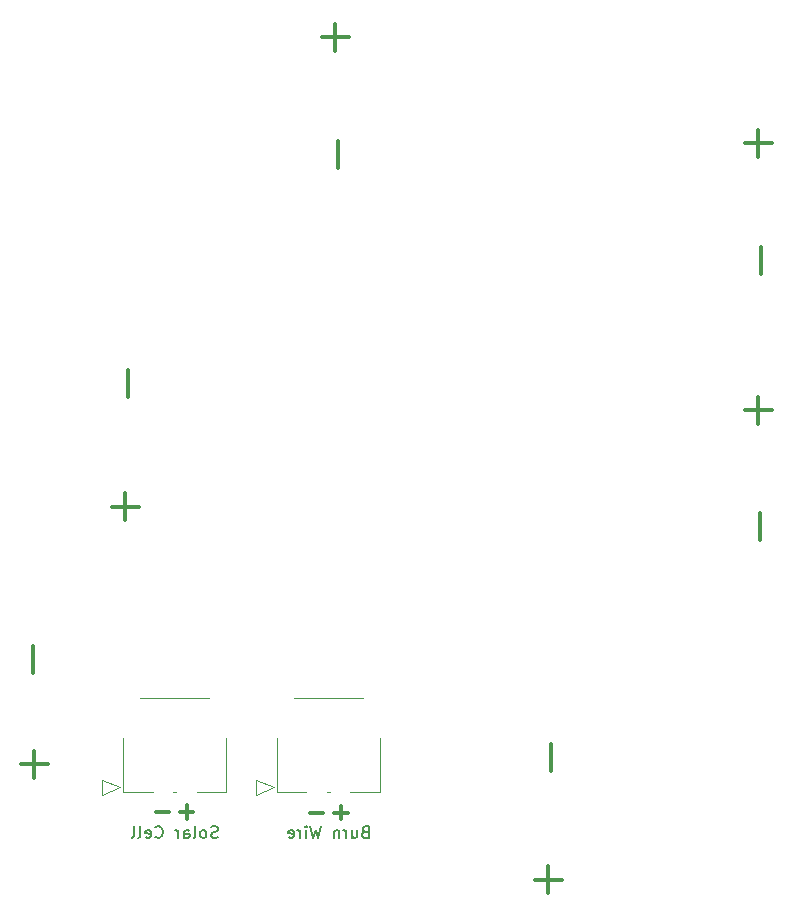
<source format=gbo>
G04 #@! TF.GenerationSoftware,KiCad,Pcbnew,(6.0.5-0)*
G04 #@! TF.CreationDate,2023-01-03T07:13:37-05:00*
G04 #@! TF.ProjectId,new-solar-cell-burn-wire,6e65772d-736f-46c6-9172-2d63656c6c2d,2*
G04 #@! TF.SameCoordinates,Original*
G04 #@! TF.FileFunction,Legend,Bot*
G04 #@! TF.FilePolarity,Positive*
%FSLAX46Y46*%
G04 Gerber Fmt 4.6, Leading zero omitted, Abs format (unit mm)*
G04 Created by KiCad (PCBNEW (6.0.5-0)) date 2023-01-03 07:13:37*
%MOMM*%
%LPD*%
G01*
G04 APERTURE LIST*
%ADD10C,0.300000*%
%ADD11C,0.150000*%
%ADD12C,0.120000*%
%ADD13C,3.000000*%
%ADD14R,2.000000X2.000000*%
%ADD15C,5.600000*%
%ADD16R,1.100000X1.450000*%
%ADD17R,1.350000X2.899999*%
G04 APERTURE END LIST*
D10*
X143542857Y-86614285D02*
X141257142Y-86614285D01*
X142400000Y-87757142D02*
X142400000Y-85471428D01*
X81014285Y-106557142D02*
X81014285Y-108842857D01*
X142585714Y-97642857D02*
X142585714Y-95357142D01*
X107671428Y-120707142D02*
X106528571Y-120707142D01*
X107100000Y-121278571D02*
X107100000Y-120135714D01*
X87657142Y-94785714D02*
X89942857Y-94785714D01*
X88800000Y-93642857D02*
X88800000Y-95928571D01*
X91378571Y-120667857D02*
X92521428Y-120667857D01*
X94571428Y-120657142D02*
X93428571Y-120657142D01*
X94000000Y-121228571D02*
X94000000Y-120085714D01*
X104428571Y-120692857D02*
X105571428Y-120692857D01*
X89014285Y-83257142D02*
X89014285Y-85542857D01*
X79957142Y-116585714D02*
X82242857Y-116585714D01*
X81100000Y-115442857D02*
X81100000Y-117728571D01*
X105447142Y-55034285D02*
X107732857Y-55034285D01*
X106590000Y-56177142D02*
X106590000Y-53891428D01*
X106804285Y-66122857D02*
X106804285Y-63837142D01*
X123467142Y-126394285D02*
X125752857Y-126394285D01*
X124610000Y-127537142D02*
X124610000Y-125251428D01*
X124824285Y-117162857D02*
X124824285Y-114877142D01*
X142604285Y-75122857D02*
X142604285Y-72837142D01*
X141247142Y-64034285D02*
X143532857Y-64034285D01*
X142390000Y-65177142D02*
X142390000Y-62891428D01*
D11*
X96645238Y-122804761D02*
X96502380Y-122852380D01*
X96264285Y-122852380D01*
X96169047Y-122804761D01*
X96121428Y-122757142D01*
X96073809Y-122661904D01*
X96073809Y-122566666D01*
X96121428Y-122471428D01*
X96169047Y-122423809D01*
X96264285Y-122376190D01*
X96454761Y-122328571D01*
X96550000Y-122280952D01*
X96597619Y-122233333D01*
X96645238Y-122138095D01*
X96645238Y-122042857D01*
X96597619Y-121947619D01*
X96550000Y-121900000D01*
X96454761Y-121852380D01*
X96216666Y-121852380D01*
X96073809Y-121900000D01*
X95502380Y-122852380D02*
X95597619Y-122804761D01*
X95645238Y-122757142D01*
X95692857Y-122661904D01*
X95692857Y-122376190D01*
X95645238Y-122280952D01*
X95597619Y-122233333D01*
X95502380Y-122185714D01*
X95359523Y-122185714D01*
X95264285Y-122233333D01*
X95216666Y-122280952D01*
X95169047Y-122376190D01*
X95169047Y-122661904D01*
X95216666Y-122757142D01*
X95264285Y-122804761D01*
X95359523Y-122852380D01*
X95502380Y-122852380D01*
X94597619Y-122852380D02*
X94692857Y-122804761D01*
X94740476Y-122709523D01*
X94740476Y-121852380D01*
X93788095Y-122852380D02*
X93788095Y-122328571D01*
X93835714Y-122233333D01*
X93930952Y-122185714D01*
X94121428Y-122185714D01*
X94216666Y-122233333D01*
X93788095Y-122804761D02*
X93883333Y-122852380D01*
X94121428Y-122852380D01*
X94216666Y-122804761D01*
X94264285Y-122709523D01*
X94264285Y-122614285D01*
X94216666Y-122519047D01*
X94121428Y-122471428D01*
X93883333Y-122471428D01*
X93788095Y-122423809D01*
X93311904Y-122852380D02*
X93311904Y-122185714D01*
X93311904Y-122376190D02*
X93264285Y-122280952D01*
X93216666Y-122233333D01*
X93121428Y-122185714D01*
X93026190Y-122185714D01*
X91359523Y-122757142D02*
X91407142Y-122804761D01*
X91550000Y-122852380D01*
X91645238Y-122852380D01*
X91788095Y-122804761D01*
X91883333Y-122709523D01*
X91930952Y-122614285D01*
X91978571Y-122423809D01*
X91978571Y-122280952D01*
X91930952Y-122090476D01*
X91883333Y-121995238D01*
X91788095Y-121900000D01*
X91645238Y-121852380D01*
X91550000Y-121852380D01*
X91407142Y-121900000D01*
X91359523Y-121947619D01*
X90550000Y-122804761D02*
X90645238Y-122852380D01*
X90835714Y-122852380D01*
X90930952Y-122804761D01*
X90978571Y-122709523D01*
X90978571Y-122328571D01*
X90930952Y-122233333D01*
X90835714Y-122185714D01*
X90645238Y-122185714D01*
X90550000Y-122233333D01*
X90502380Y-122328571D01*
X90502380Y-122423809D01*
X90978571Y-122519047D01*
X89930952Y-122852380D02*
X90026190Y-122804761D01*
X90073809Y-122709523D01*
X90073809Y-121852380D01*
X89407142Y-122852380D02*
X89502380Y-122804761D01*
X89550000Y-122709523D01*
X89550000Y-121852380D01*
X109114923Y-122328571D02*
X108972066Y-122376190D01*
X108924447Y-122423809D01*
X108876828Y-122519047D01*
X108876828Y-122661904D01*
X108924447Y-122757142D01*
X108972066Y-122804761D01*
X109067304Y-122852380D01*
X109448256Y-122852380D01*
X109448256Y-121852380D01*
X109114923Y-121852380D01*
X109019685Y-121900000D01*
X108972066Y-121947619D01*
X108924447Y-122042857D01*
X108924447Y-122138095D01*
X108972066Y-122233333D01*
X109019685Y-122280952D01*
X109114923Y-122328571D01*
X109448256Y-122328571D01*
X108019685Y-122185714D02*
X108019685Y-122852380D01*
X108448256Y-122185714D02*
X108448256Y-122709523D01*
X108400637Y-122804761D01*
X108305399Y-122852380D01*
X108162542Y-122852380D01*
X108067304Y-122804761D01*
X108019685Y-122757142D01*
X107543495Y-122852380D02*
X107543495Y-122185714D01*
X107543495Y-122376190D02*
X107495875Y-122280952D01*
X107448256Y-122233333D01*
X107353018Y-122185714D01*
X107257780Y-122185714D01*
X106924447Y-122185714D02*
X106924447Y-122852380D01*
X106924447Y-122280952D02*
X106876828Y-122233333D01*
X106781590Y-122185714D01*
X106638733Y-122185714D01*
X106543495Y-122233333D01*
X106495875Y-122328571D01*
X106495875Y-122852380D01*
X105353018Y-121852380D02*
X105114923Y-122852380D01*
X104924447Y-122138095D01*
X104733971Y-122852380D01*
X104495875Y-121852380D01*
X104114923Y-122852380D02*
X104114923Y-122185714D01*
X104114923Y-121852380D02*
X104162542Y-121900000D01*
X104114923Y-121947619D01*
X104067304Y-121900000D01*
X104114923Y-121852380D01*
X104114923Y-121947619D01*
X103638733Y-122852380D02*
X103638733Y-122185714D01*
X103638733Y-122376190D02*
X103591114Y-122280952D01*
X103543495Y-122233333D01*
X103448256Y-122185714D01*
X103353018Y-122185714D01*
X102638733Y-122804761D02*
X102733971Y-122852380D01*
X102924447Y-122852380D01*
X103019685Y-122804761D01*
X103067304Y-122709523D01*
X103067304Y-122328571D01*
X103019685Y-122233333D01*
X102924447Y-122185714D01*
X102733971Y-122185714D01*
X102638733Y-122233333D01*
X102591114Y-122328571D01*
X102591114Y-122423809D01*
X103067304Y-122519047D01*
D12*
X88371008Y-118550000D02*
X86847008Y-117915000D01*
X97374991Y-114345040D02*
X97374991Y-118975000D01*
X97374991Y-118975000D02*
X94870041Y-118975000D01*
X88625008Y-118975000D02*
X88625008Y-114345040D01*
X86847008Y-117915000D02*
X86847008Y-119185000D01*
X93129961Y-118975000D02*
X92870040Y-118975000D01*
X86847008Y-119185000D02*
X88371008Y-118550000D01*
X91129960Y-118975000D02*
X88625008Y-118975000D01*
X90084018Y-111025000D02*
X95915981Y-111025000D01*
X101625008Y-118975000D02*
X101625008Y-114345040D01*
X110374991Y-118975000D02*
X107870041Y-118975000D01*
X106129961Y-118975000D02*
X105870040Y-118975000D01*
X99847008Y-117915000D02*
X99847008Y-119185000D01*
X101371008Y-118550000D02*
X99847008Y-117915000D01*
X103084018Y-111025000D02*
X108915981Y-111025000D01*
X110374991Y-114345040D02*
X110374991Y-118975000D01*
X104129960Y-118975000D02*
X101625008Y-118975000D01*
X99847008Y-119185000D02*
X101371008Y-118550000D01*
%LPC*%
D13*
X84700000Y-116600000D03*
X84700000Y-107600000D03*
X110700000Y-55400000D03*
X110700000Y-64400000D03*
D14*
X146800000Y-106200000D03*
X86100000Y-126300000D03*
X138500000Y-54500000D03*
X82400000Y-74600000D03*
D15*
X125850000Y-42750000D03*
D13*
X84700000Y-94000000D03*
X84700000Y-85000000D03*
D14*
X88200000Y-74600000D03*
D15*
X98350000Y-42750000D03*
D13*
X146500000Y-87000000D03*
X146500000Y-96000000D03*
D14*
X94100000Y-126300000D03*
D15*
X98350000Y-138250000D03*
X125850000Y-138250000D03*
D14*
X130500000Y-54500000D03*
D13*
X120500000Y-125600000D03*
X120500000Y-116600000D03*
X146500000Y-64400000D03*
X146500000Y-73400000D03*
D14*
X141000000Y-106200000D03*
D16*
X92000000Y-118550000D03*
X94000001Y-118550000D03*
D17*
X89105002Y-112575001D03*
X96894997Y-112575001D03*
D16*
X105000000Y-118550000D03*
X107000001Y-118550000D03*
D17*
X102105002Y-112575001D03*
X109894997Y-112575001D03*
M02*

</source>
